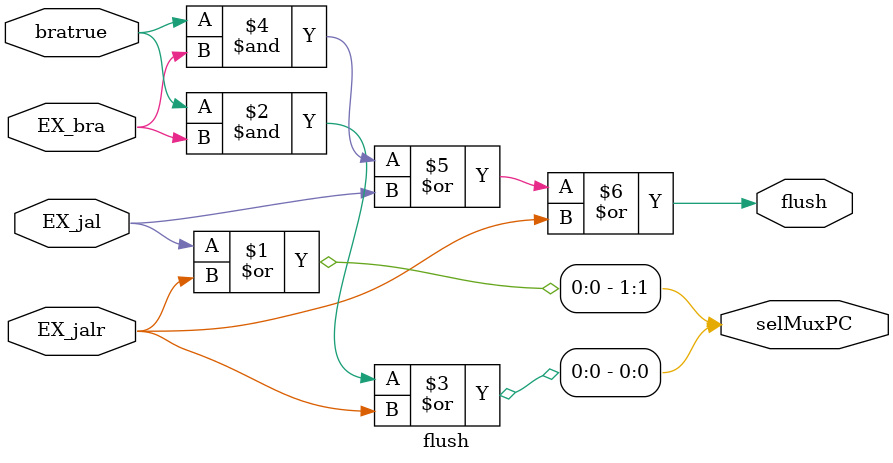
<source format=sv>
module flush(bratrue,
			EX_bra,
			EX_jalr,
			EX_jal,
			selMuxPC,
			flush);
input bratrue;
input EX_bra,EX_jalr,EX_jal;

output [1:0]selMuxPC;
output flush;
//wire bflush;

	//assign bflush=bratrue&EX_bra;
	assign selMuxPC[1]=EX_jal|EX_jalr;
	assign selMuxPC[0]=(bratrue&EX_bra)|EX_jalr;
	
	assign flush=(bratrue&EX_bra)|EX_jal|EX_jalr;
	endmodule
</source>
